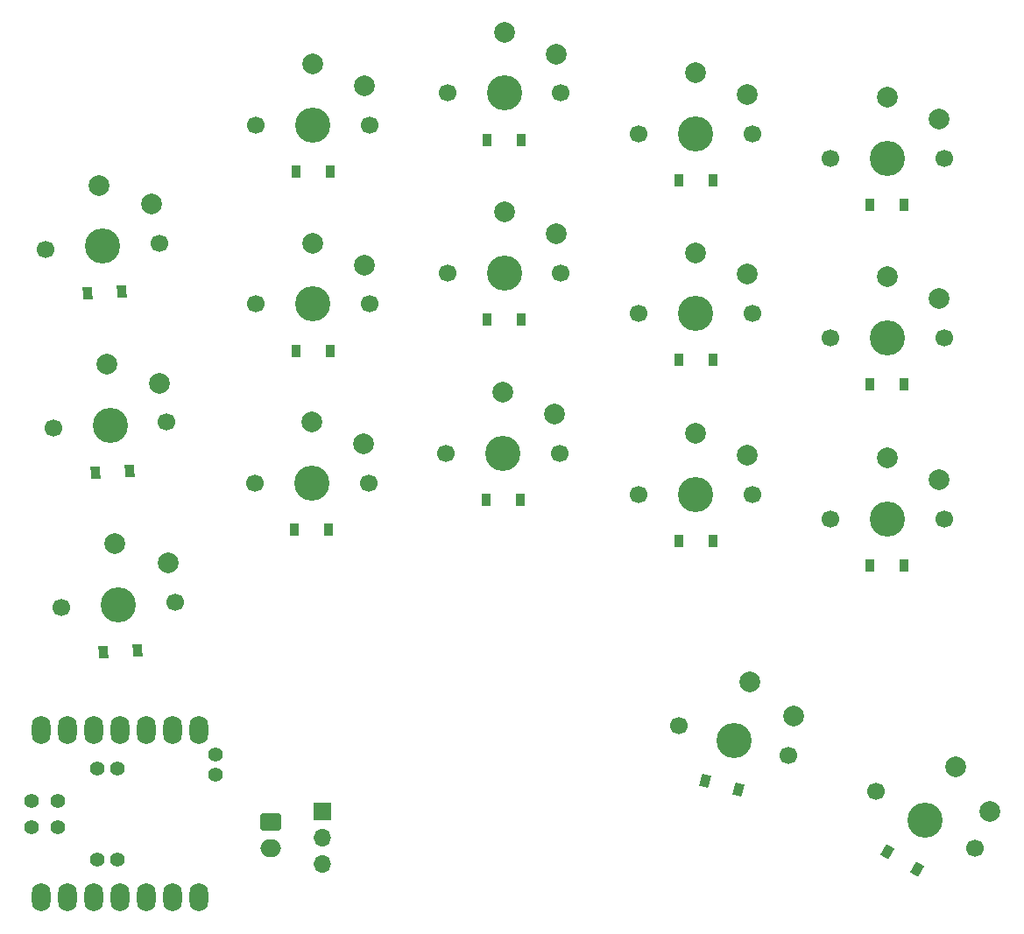
<source format=gbr>
%TF.GenerationSoftware,KiCad,Pcbnew,(6.0.7-1)-1*%
%TF.CreationDate,2022-11-03T20:53:44+08:00*%
%TF.ProjectId,kiai,6b696169-2e6b-4696-9361-645f70636258,rev?*%
%TF.SameCoordinates,Original*%
%TF.FileFunction,Soldermask,Bot*%
%TF.FilePolarity,Negative*%
%FSLAX46Y46*%
G04 Gerber Fmt 4.6, Leading zero omitted, Abs format (unit mm)*
G04 Created by KiCad (PCBNEW (6.0.7-1)-1) date 2022-11-03 20:53:44*
%MOMM*%
%LPD*%
G01*
G04 APERTURE LIST*
G04 Aperture macros list*
%AMRoundRect*
0 Rectangle with rounded corners*
0 $1 Rounding radius*
0 $2 $3 $4 $5 $6 $7 $8 $9 X,Y pos of 4 corners*
0 Add a 4 corners polygon primitive as box body*
4,1,4,$2,$3,$4,$5,$6,$7,$8,$9,$2,$3,0*
0 Add four circle primitives for the rounded corners*
1,1,$1+$1,$2,$3*
1,1,$1+$1,$4,$5*
1,1,$1+$1,$6,$7*
1,1,$1+$1,$8,$9*
0 Add four rect primitives between the rounded corners*
20,1,$1+$1,$2,$3,$4,$5,0*
20,1,$1+$1,$4,$5,$6,$7,0*
20,1,$1+$1,$6,$7,$8,$9,0*
20,1,$1+$1,$8,$9,$2,$3,0*%
%AMRotRect*
0 Rectangle, with rotation*
0 The origin of the aperture is its center*
0 $1 length*
0 $2 width*
0 $3 Rotation angle, in degrees counterclockwise*
0 Add horizontal line*
21,1,$1,$2,0,0,$3*%
G04 Aperture macros list end*
%ADD10R,1.700000X1.700000*%
%ADD11O,1.700000X1.700000*%
%ADD12C,1.700000*%
%ADD13C,3.400000*%
%ADD14C,2.000000*%
%ADD15R,0.900000X1.200000*%
%ADD16O,1.800000X2.750000*%
%ADD17C,1.397000*%
%ADD18RotRect,0.900000X1.200000X3.000000*%
%ADD19RotRect,0.900000X1.200000X345.000000*%
%ADD20RotRect,0.900000X1.200000X330.000000*%
%ADD21RoundRect,0.250000X-0.750000X0.600000X-0.750000X-0.600000X0.750000X-0.600000X0.750000X0.600000X0*%
%ADD22O,2.000000X1.700000*%
G04 APERTURE END LIST*
D10*
%TO.C,GD1*%
X126100000Y2000000D03*
D11*
X126100000Y-540000D03*
X126100000Y-3080000D03*
%TD*%
D12*
%TO.C,K15*%
X149100000Y36700000D03*
X138100000Y36700000D03*
D13*
X143600000Y36700000D03*
D14*
X143600000Y42600000D03*
D15*
X141950000Y32200000D03*
X145250000Y32200000D03*
D14*
X148600000Y40500000D03*
%TD*%
D13*
%TO.C,K3*%
X162200000Y50184000D03*
D12*
X156700000Y50184000D03*
X167700000Y50184000D03*
D14*
X162200000Y56084000D03*
D15*
X160550000Y45684000D03*
X163850000Y45684000D03*
D14*
X167200000Y53984000D03*
%TD*%
D12*
%TO.C,K1*%
X156700000Y32700000D03*
X167700000Y32700000D03*
D13*
X162200000Y32700000D03*
D14*
X162200000Y38600000D03*
D15*
X160550000Y28200000D03*
D14*
X167200000Y36500000D03*
D15*
X163850000Y28200000D03*
%TD*%
D16*
%TO.C,U1*%
X98980000Y-6295000D03*
X101520000Y-6295000D03*
X104060000Y-6295000D03*
X106600000Y-6295000D03*
X109140000Y-6295000D03*
X111680000Y-6295000D03*
X114220000Y-6295000D03*
X114220000Y9895000D03*
X111680000Y9895000D03*
X109140000Y9895000D03*
X106600000Y9895000D03*
X104060000Y9895000D03*
X101520000Y9895000D03*
X98980000Y9895000D03*
D17*
X98028000Y530000D03*
X98028000Y3070000D03*
X100568000Y530000D03*
X100568000Y3070000D03*
X106283000Y-2645000D03*
X106300000Y6200000D03*
X104378000Y-2645000D03*
X104395000Y6200000D03*
X115808000Y5610000D03*
X115808000Y7515000D03*
%TD*%
D12*
%TO.C,K11*%
X119700000Y51100000D03*
D13*
X125200000Y51100000D03*
D12*
X130700000Y51100000D03*
D14*
X125200000Y57000000D03*
D15*
X123550000Y46600000D03*
D14*
X130200000Y54900000D03*
D15*
X126850000Y46600000D03*
%TD*%
D13*
%TO.C,K13*%
X104864488Y56693833D03*
D12*
X99372026Y56405985D03*
X110356951Y56981681D03*
D14*
X104555706Y62585747D03*
D18*
X103452261Y52113646D03*
D14*
X109658759Y60750305D03*
D18*
X106747739Y52286354D03*
%TD*%
D12*
%TO.C,K6*%
X175200000Y65200000D03*
D13*
X180700000Y65200000D03*
D12*
X186200000Y65200000D03*
D14*
X180700000Y71100000D03*
D15*
X179050000Y60700000D03*
D14*
X185700000Y69000000D03*
D15*
X182350000Y60700000D03*
%TD*%
D12*
%TO.C,K12*%
X100907538Y21723109D03*
D13*
X106400000Y22010957D03*
D12*
X111892463Y22298805D03*
D14*
X106091218Y27902871D03*
D18*
X104987773Y17430770D03*
X108283251Y17603478D03*
D14*
X111194271Y26067429D03*
%TD*%
D13*
%TO.C,K5*%
X180700000Y30300000D03*
D12*
X186200000Y30300000D03*
X175200000Y30300000D03*
D14*
X180700000Y36200000D03*
D15*
X179050000Y25800000D03*
D14*
X185700000Y34100000D03*
D15*
X182350000Y25800000D03*
%TD*%
D12*
%TO.C,K16*%
X138200000Y71500000D03*
X149200000Y71500000D03*
D13*
X143700000Y71500000D03*
D14*
X143700000Y77400000D03*
D15*
X142050000Y67000000D03*
X145350000Y67000000D03*
D14*
X148700000Y75300000D03*
%TD*%
D13*
%TO.C,K2*%
X162200000Y67600000D03*
D12*
X167700000Y67600000D03*
X156700000Y67600000D03*
D14*
X162200000Y73500000D03*
D15*
X160550000Y63100000D03*
D14*
X167200000Y71400000D03*
D15*
X163850000Y63100000D03*
%TD*%
D12*
%TO.C,K4*%
X160587409Y10323504D03*
X171212593Y7476494D03*
D13*
X165900001Y8899999D03*
D14*
X167427033Y14598962D03*
D19*
X163141537Y4980384D03*
X166329093Y4126282D03*
D14*
X171713142Y11276422D03*
%TD*%
D12*
%TO.C,K17*%
X149200000Y54100000D03*
D13*
X143700000Y54100000D03*
D12*
X138200000Y54100000D03*
D14*
X143700000Y60000000D03*
D15*
X142050000Y49600000D03*
X145350000Y49600000D03*
D14*
X148700000Y57900000D03*
%TD*%
D12*
%TO.C,K10*%
X119700000Y68400000D03*
X130700000Y68400000D03*
D13*
X125200000Y68400000D03*
D14*
X125200000Y74300000D03*
D15*
X123550000Y63900000D03*
D14*
X130200000Y72200000D03*
D15*
X126850000Y63900000D03*
%TD*%
D12*
%TO.C,K9*%
X119600000Y33800000D03*
X130600000Y33800000D03*
D13*
X125100000Y33800000D03*
D14*
X125100000Y39700000D03*
D15*
X123450000Y29300000D03*
D14*
X130100000Y37600000D03*
D15*
X126750000Y29300000D03*
%TD*%
D12*
%TO.C,K14*%
X111092463Y39687848D03*
X100107538Y39112152D03*
D13*
X105600000Y39400000D03*
D14*
X105291218Y45291914D03*
D18*
X104187773Y34819813D03*
D14*
X110394271Y43456472D03*
D18*
X107483251Y34992521D03*
%TD*%
D13*
%TO.C,K8*%
X184400001Y1200000D03*
D12*
X179636861Y3950000D03*
X189163141Y-1550000D03*
D14*
X187350001Y6309550D03*
D20*
X180721059Y-1872114D03*
X183578943Y-3522114D03*
D14*
X190630128Y1990897D03*
%TD*%
D21*
%TO.C,BT1*%
X121100000Y1000000D03*
D22*
X121100000Y-1500000D03*
%TD*%
D12*
%TO.C,K7*%
X175200000Y47856000D03*
D13*
X180700000Y47856000D03*
D12*
X186200000Y47856000D03*
D14*
X180700000Y53756000D03*
D15*
X179050000Y43356000D03*
D14*
X185700000Y51656000D03*
D15*
X182350000Y43356000D03*
%TD*%
M02*

</source>
